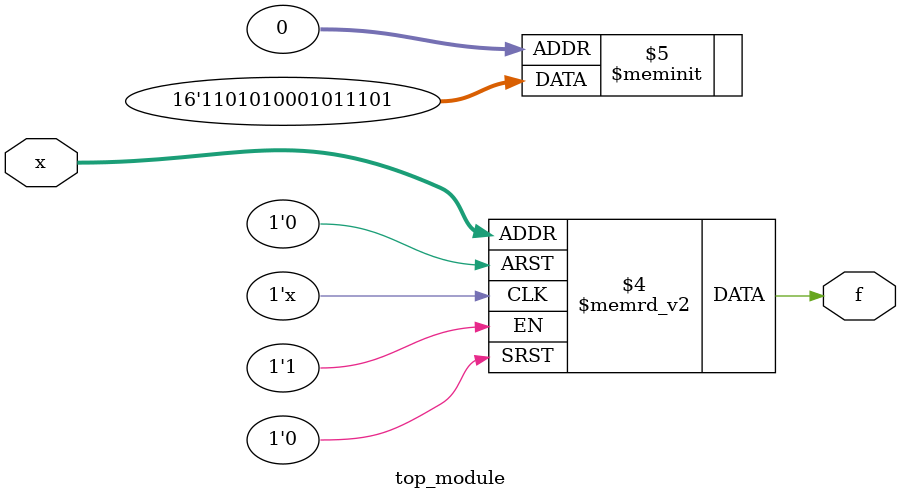
<source format=sv>
module top_module (
    input [4:1] x,
    output logic f
);

always_comb begin
    case (x)
        4'b0000, 4'b1010, 4'b1100, 4'b1110: f = 1'b1;
        4'b0001, 4'b0101, 4'b0111, 4'b1001, 4'b1011, 4'b1101, 4'b1000: f = 1'b0;
        4'b0010, 4'b0011, 4'b0110, 4'b1111, 4'b0100: f = 1'b1;
        default: f = 1'bx;
    endcase
end

endmodule

</source>
